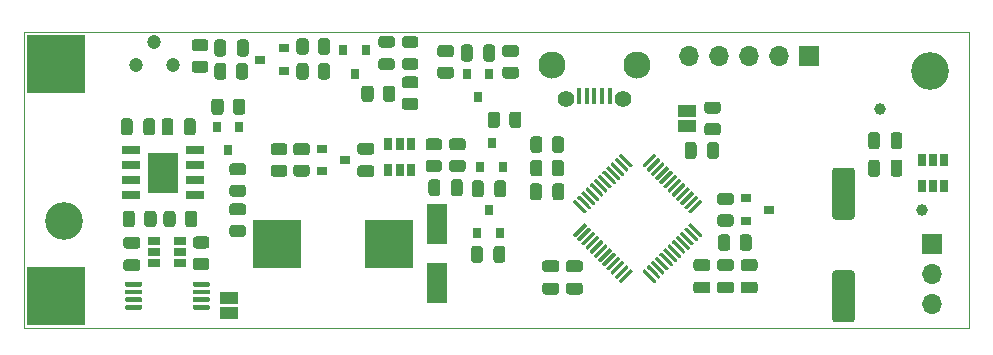
<source format=gbr>
G04 #@! TF.GenerationSoftware,KiCad,Pcbnew,(5.1.7)-1*
G04 #@! TF.CreationDate,2021-02-25T00:30:01+00:00*
G04 #@! TF.ProjectId,LedGateController,4c656447-6174-4654-936f-6e74726f6c6c,rev?*
G04 #@! TF.SameCoordinates,Original*
G04 #@! TF.FileFunction,Soldermask,Top*
G04 #@! TF.FilePolarity,Negative*
%FSLAX46Y46*%
G04 Gerber Fmt 4.6, Leading zero omitted, Abs format (unit mm)*
G04 Created by KiCad (PCBNEW (5.1.7)-1) date 2021-02-25 00:30:01*
%MOMM*%
%LPD*%
G01*
G04 APERTURE LIST*
G04 #@! TA.AperFunction,Profile*
%ADD10C,0.050000*%
G04 #@! TD*
%ADD11R,5.000000X5.000000*%
%ADD12R,0.800000X0.900000*%
%ADD13R,1.060000X0.650000*%
%ADD14C,1.400000*%
%ADD15C,2.300000*%
%ADD16R,0.400000X1.350000*%
%ADD17R,4.100000X4.100000*%
%ADD18C,1.200000*%
%ADD19R,0.900000X0.800000*%
%ADD20C,3.200000*%
%ADD21R,1.800000X3.500000*%
%ADD22O,1.700000X1.700000*%
%ADD23R,1.700000X1.700000*%
%ADD24R,1.500000X1.000000*%
%ADD25R,1.525000X0.700000*%
%ADD26R,2.513000X3.402000*%
%ADD27R,0.650000X1.060000*%
%ADD28C,1.000000*%
G04 APERTURE END LIST*
D10*
X0Y0D02*
X0Y-25010000D01*
X0Y0D02*
X80000000Y0D01*
X80000000Y-25000000D02*
X80000000Y0D01*
X0Y-25010000D02*
X80000000Y-25000000D01*
G36*
G01*
X44700000Y-9950002D02*
X44700000Y-9049998D01*
G75*
G02*
X44949998Y-8800000I249998J0D01*
G01*
X45475002Y-8800000D01*
G75*
G02*
X45725000Y-9049998I0J-249998D01*
G01*
X45725000Y-9950002D01*
G75*
G02*
X45475002Y-10200000I-249998J0D01*
G01*
X44949998Y-10200000D01*
G75*
G02*
X44700000Y-9950002I0J249998D01*
G01*
G37*
G36*
G01*
X42875000Y-9950002D02*
X42875000Y-9049998D01*
G75*
G02*
X43124998Y-8800000I249998J0D01*
G01*
X43650002Y-8800000D01*
G75*
G02*
X43900000Y-9049998I0J-249998D01*
G01*
X43900000Y-9950002D01*
G75*
G02*
X43650002Y-10200000I-249998J0D01*
G01*
X43124998Y-10200000D01*
G75*
G02*
X42875000Y-9950002I0J249998D01*
G01*
G37*
D11*
X2700000Y-2700000D03*
X2700000Y-22300000D03*
G36*
G01*
X17649998Y-14475000D02*
X18550002Y-14475000D01*
G75*
G02*
X18800000Y-14724998I0J-249998D01*
G01*
X18800000Y-15250002D01*
G75*
G02*
X18550002Y-15500000I-249998J0D01*
G01*
X17649998Y-15500000D01*
G75*
G02*
X17400000Y-15250002I0J249998D01*
G01*
X17400000Y-14724998D01*
G75*
G02*
X17649998Y-14475000I249998J0D01*
G01*
G37*
G36*
G01*
X17649998Y-16300000D02*
X18550002Y-16300000D01*
G75*
G02*
X18800000Y-16549998I0J-249998D01*
G01*
X18800000Y-17075002D01*
G75*
G02*
X18550002Y-17325000I-249998J0D01*
G01*
X17649998Y-17325000D01*
G75*
G02*
X17400000Y-17075002I0J249998D01*
G01*
X17400000Y-16549998D01*
G75*
G02*
X17649998Y-16300000I249998J0D01*
G01*
G37*
G36*
G01*
X15875000Y-6750002D02*
X15875000Y-5849998D01*
G75*
G02*
X16124998Y-5600000I249998J0D01*
G01*
X16650002Y-5600000D01*
G75*
G02*
X16900000Y-5849998I0J-249998D01*
G01*
X16900000Y-6750002D01*
G75*
G02*
X16650002Y-7000000I-249998J0D01*
G01*
X16124998Y-7000000D01*
G75*
G02*
X15875000Y-6750002I0J249998D01*
G01*
G37*
G36*
G01*
X17700000Y-6750002D02*
X17700000Y-5849998D01*
G75*
G02*
X17949998Y-5600000I249998J0D01*
G01*
X18475002Y-5600000D01*
G75*
G02*
X18725000Y-5849998I0J-249998D01*
G01*
X18725000Y-6750002D01*
G75*
G02*
X18475002Y-7000000I-249998J0D01*
G01*
X17949998Y-7000000D01*
G75*
G02*
X17700000Y-6750002I0J249998D01*
G01*
G37*
G36*
G01*
X33150002Y-6575000D02*
X32249998Y-6575000D01*
G75*
G02*
X32000000Y-6325002I0J249998D01*
G01*
X32000000Y-5799998D01*
G75*
G02*
X32249998Y-5550000I249998J0D01*
G01*
X33150002Y-5550000D01*
G75*
G02*
X33400000Y-5799998I0J-249998D01*
G01*
X33400000Y-6325002D01*
G75*
G02*
X33150002Y-6575000I-249998J0D01*
G01*
G37*
G36*
G01*
X33150002Y-4750000D02*
X32249998Y-4750000D01*
G75*
G02*
X32000000Y-4500002I0J249998D01*
G01*
X32000000Y-3974998D01*
G75*
G02*
X32249998Y-3725000I249998J0D01*
G01*
X33150002Y-3725000D01*
G75*
G02*
X33400000Y-3974998I0J-249998D01*
G01*
X33400000Y-4500002D01*
G75*
G02*
X33150002Y-4750000I-249998J0D01*
G01*
G37*
G36*
G01*
X11812500Y-16250002D02*
X11812500Y-15349998D01*
G75*
G02*
X12062498Y-15100000I249998J0D01*
G01*
X12587502Y-15100000D01*
G75*
G02*
X12837500Y-15349998I0J-249998D01*
G01*
X12837500Y-16250002D01*
G75*
G02*
X12587502Y-16500000I-249998J0D01*
G01*
X12062498Y-16500000D01*
G75*
G02*
X11812500Y-16250002I0J249998D01*
G01*
G37*
G36*
G01*
X13637500Y-16250002D02*
X13637500Y-15349998D01*
G75*
G02*
X13887498Y-15100000I249998J0D01*
G01*
X14412502Y-15100000D01*
G75*
G02*
X14662500Y-15349998I0J-249998D01*
G01*
X14662500Y-16250002D01*
G75*
G02*
X14412502Y-16500000I-249998J0D01*
G01*
X13887498Y-16500000D01*
G75*
G02*
X13637500Y-16250002I0J249998D01*
G01*
G37*
G36*
G01*
X41100000Y-7850002D02*
X41100000Y-6949998D01*
G75*
G02*
X41349998Y-6700000I249998J0D01*
G01*
X41875002Y-6700000D01*
G75*
G02*
X42125000Y-6949998I0J-249998D01*
G01*
X42125000Y-7850002D01*
G75*
G02*
X41875002Y-8100000I-249998J0D01*
G01*
X41349998Y-8100000D01*
G75*
G02*
X41100000Y-7850002I0J249998D01*
G01*
G37*
G36*
G01*
X39275000Y-7850002D02*
X39275000Y-6949998D01*
G75*
G02*
X39524998Y-6700000I249998J0D01*
G01*
X40050002Y-6700000D01*
G75*
G02*
X40300000Y-6949998I0J-249998D01*
G01*
X40300000Y-7850002D01*
G75*
G02*
X40050002Y-8100000I-249998J0D01*
G01*
X39524998Y-8100000D01*
G75*
G02*
X39275000Y-7850002I0J249998D01*
G01*
G37*
G36*
G01*
X41650002Y-3925000D02*
X40749998Y-3925000D01*
G75*
G02*
X40500000Y-3675002I0J249998D01*
G01*
X40500000Y-3149998D01*
G75*
G02*
X40749998Y-2900000I249998J0D01*
G01*
X41650002Y-2900000D01*
G75*
G02*
X41900000Y-3149998I0J-249998D01*
G01*
X41900000Y-3675002D01*
G75*
G02*
X41650002Y-3925000I-249998J0D01*
G01*
G37*
G36*
G01*
X41650002Y-2100000D02*
X40749998Y-2100000D01*
G75*
G02*
X40500000Y-1850002I0J249998D01*
G01*
X40500000Y-1324998D01*
G75*
G02*
X40749998Y-1075000I249998J0D01*
G01*
X41650002Y-1075000D01*
G75*
G02*
X41900000Y-1324998I0J-249998D01*
G01*
X41900000Y-1850002D01*
G75*
G02*
X41650002Y-2100000I-249998J0D01*
G01*
G37*
G36*
G01*
X25925000Y-749998D02*
X25925000Y-1650002D01*
G75*
G02*
X25675002Y-1900000I-249998J0D01*
G01*
X25149998Y-1900000D01*
G75*
G02*
X24900000Y-1650002I0J249998D01*
G01*
X24900000Y-749998D01*
G75*
G02*
X25149998Y-500000I249998J0D01*
G01*
X25675002Y-500000D01*
G75*
G02*
X25925000Y-749998I0J-249998D01*
G01*
G37*
G36*
G01*
X24100000Y-749998D02*
X24100000Y-1650002D01*
G75*
G02*
X23850002Y-1900000I-249998J0D01*
G01*
X23324998Y-1900000D01*
G75*
G02*
X23075000Y-1650002I0J249998D01*
G01*
X23075000Y-749998D01*
G75*
G02*
X23324998Y-500000I249998J0D01*
G01*
X23850002Y-500000D01*
G75*
G02*
X24100000Y-749998I0J-249998D01*
G01*
G37*
G36*
G01*
X25925000Y-2849998D02*
X25925000Y-3750002D01*
G75*
G02*
X25675002Y-4000000I-249998J0D01*
G01*
X25149998Y-4000000D01*
G75*
G02*
X24900000Y-3750002I0J249998D01*
G01*
X24900000Y-2849998D01*
G75*
G02*
X25149998Y-2600000I249998J0D01*
G01*
X25675002Y-2600000D01*
G75*
G02*
X25925000Y-2849998I0J-249998D01*
G01*
G37*
G36*
G01*
X24100000Y-2849998D02*
X24100000Y-3750002D01*
G75*
G02*
X23850002Y-4000000I-249998J0D01*
G01*
X23324998Y-4000000D01*
G75*
G02*
X23075000Y-3750002I0J249998D01*
G01*
X23075000Y-2849998D01*
G75*
G02*
X23324998Y-2600000I249998J0D01*
G01*
X23850002Y-2600000D01*
G75*
G02*
X24100000Y-2849998I0J-249998D01*
G01*
G37*
G36*
G01*
X36150002Y-3925000D02*
X35249998Y-3925000D01*
G75*
G02*
X35000000Y-3675002I0J249998D01*
G01*
X35000000Y-3149998D01*
G75*
G02*
X35249998Y-2900000I249998J0D01*
G01*
X36150002Y-2900000D01*
G75*
G02*
X36400000Y-3149998I0J-249998D01*
G01*
X36400000Y-3675002D01*
G75*
G02*
X36150002Y-3925000I-249998J0D01*
G01*
G37*
G36*
G01*
X36150002Y-2100000D02*
X35249998Y-2100000D01*
G75*
G02*
X35000000Y-1850002I0J249998D01*
G01*
X35000000Y-1324998D01*
G75*
G02*
X35249998Y-1075000I249998J0D01*
G01*
X36150002Y-1075000D01*
G75*
G02*
X36400000Y-1324998I0J-249998D01*
G01*
X36400000Y-1850002D01*
G75*
G02*
X36150002Y-2100000I-249998J0D01*
G01*
G37*
G36*
G01*
X42875000Y-11950002D02*
X42875000Y-11049998D01*
G75*
G02*
X43124998Y-10800000I249998J0D01*
G01*
X43650002Y-10800000D01*
G75*
G02*
X43900000Y-11049998I0J-249998D01*
G01*
X43900000Y-11950002D01*
G75*
G02*
X43650002Y-12200000I-249998J0D01*
G01*
X43124998Y-12200000D01*
G75*
G02*
X42875000Y-11950002I0J249998D01*
G01*
G37*
G36*
G01*
X44700000Y-11950002D02*
X44700000Y-11049998D01*
G75*
G02*
X44949998Y-10800000I249998J0D01*
G01*
X45475002Y-10800000D01*
G75*
G02*
X45725000Y-11049998I0J-249998D01*
G01*
X45725000Y-11950002D01*
G75*
G02*
X45475002Y-12200000I-249998J0D01*
G01*
X44949998Y-12200000D01*
G75*
G02*
X44700000Y-11950002I0J249998D01*
G01*
G37*
G36*
G01*
X18975000Y-2849998D02*
X18975000Y-3750002D01*
G75*
G02*
X18725002Y-4000000I-249998J0D01*
G01*
X18199998Y-4000000D01*
G75*
G02*
X17950000Y-3750002I0J249998D01*
G01*
X17950000Y-2849998D01*
G75*
G02*
X18199998Y-2600000I249998J0D01*
G01*
X18725002Y-2600000D01*
G75*
G02*
X18975000Y-2849998I0J-249998D01*
G01*
G37*
G36*
G01*
X17150000Y-2849998D02*
X17150000Y-3750002D01*
G75*
G02*
X16900002Y-4000000I-249998J0D01*
G01*
X16374998Y-4000000D01*
G75*
G02*
X16125000Y-3750002I0J249998D01*
G01*
X16125000Y-2849998D01*
G75*
G02*
X16374998Y-2600000I249998J0D01*
G01*
X16900002Y-2600000D01*
G75*
G02*
X17150000Y-2849998I0J-249998D01*
G01*
G37*
G36*
G01*
X15350002Y-3425000D02*
X14449998Y-3425000D01*
G75*
G02*
X14200000Y-3175002I0J249998D01*
G01*
X14200000Y-2649998D01*
G75*
G02*
X14449998Y-2400000I249998J0D01*
G01*
X15350002Y-2400000D01*
G75*
G02*
X15600000Y-2649998I0J-249998D01*
G01*
X15600000Y-3175002D01*
G75*
G02*
X15350002Y-3425000I-249998J0D01*
G01*
G37*
G36*
G01*
X15350002Y-1600000D02*
X14449998Y-1600000D01*
G75*
G02*
X14200000Y-1350002I0J249998D01*
G01*
X14200000Y-824998D01*
G75*
G02*
X14449998Y-575000I249998J0D01*
G01*
X15350002Y-575000D01*
G75*
G02*
X15600000Y-824998I0J-249998D01*
G01*
X15600000Y-1350002D01*
G75*
G02*
X15350002Y-1600000I-249998J0D01*
G01*
G37*
G36*
G01*
X59800000Y-17349998D02*
X59800000Y-18250002D01*
G75*
G02*
X59550002Y-18500000I-249998J0D01*
G01*
X59024998Y-18500000D01*
G75*
G02*
X58775000Y-18250002I0J249998D01*
G01*
X58775000Y-17349998D01*
G75*
G02*
X59024998Y-17100000I249998J0D01*
G01*
X59550002Y-17100000D01*
G75*
G02*
X59800000Y-17349998I0J-249998D01*
G01*
G37*
G36*
G01*
X61625000Y-17349998D02*
X61625000Y-18250002D01*
G75*
G02*
X61375002Y-18500000I-249998J0D01*
G01*
X60849998Y-18500000D01*
G75*
G02*
X60600000Y-18250002I0J249998D01*
G01*
X60600000Y-17349998D01*
G75*
G02*
X60849998Y-17100000I249998J0D01*
G01*
X61375002Y-17100000D01*
G75*
G02*
X61625000Y-17349998I0J-249998D01*
G01*
G37*
G36*
G01*
X57849998Y-7687500D02*
X58750002Y-7687500D01*
G75*
G02*
X59000000Y-7937498I0J-249998D01*
G01*
X59000000Y-8462502D01*
G75*
G02*
X58750002Y-8712500I-249998J0D01*
G01*
X57849998Y-8712500D01*
G75*
G02*
X57600000Y-8462502I0J249998D01*
G01*
X57600000Y-7937498D01*
G75*
G02*
X57849998Y-7687500I249998J0D01*
G01*
G37*
G36*
G01*
X57849998Y-5862500D02*
X58750002Y-5862500D01*
G75*
G02*
X59000000Y-6112498I0J-249998D01*
G01*
X59000000Y-6637502D01*
G75*
G02*
X58750002Y-6887500I-249998J0D01*
G01*
X57849998Y-6887500D01*
G75*
G02*
X57600000Y-6637502I0J249998D01*
G01*
X57600000Y-6112498D01*
G75*
G02*
X57849998Y-5862500I249998J0D01*
G01*
G37*
G36*
G01*
X17649998Y-11075000D02*
X18550002Y-11075000D01*
G75*
G02*
X18800000Y-11324998I0J-249998D01*
G01*
X18800000Y-11850002D01*
G75*
G02*
X18550002Y-12100000I-249998J0D01*
G01*
X17649998Y-12100000D01*
G75*
G02*
X17400000Y-11850002I0J249998D01*
G01*
X17400000Y-11324998D01*
G75*
G02*
X17649998Y-11075000I249998J0D01*
G01*
G37*
G36*
G01*
X17649998Y-12900000D02*
X18550002Y-12900000D01*
G75*
G02*
X18800000Y-13149998I0J-249998D01*
G01*
X18800000Y-13675002D01*
G75*
G02*
X18550002Y-13925000I-249998J0D01*
G01*
X17649998Y-13925000D01*
G75*
G02*
X17400000Y-13675002I0J249998D01*
G01*
X17400000Y-13149998D01*
G75*
G02*
X17649998Y-12900000I249998J0D01*
G01*
G37*
G36*
G01*
X28575000Y-5650002D02*
X28575000Y-4749998D01*
G75*
G02*
X28824998Y-4500000I249998J0D01*
G01*
X29350002Y-4500000D01*
G75*
G02*
X29600000Y-4749998I0J-249998D01*
G01*
X29600000Y-5650002D01*
G75*
G02*
X29350002Y-5900000I-249998J0D01*
G01*
X28824998Y-5900000D01*
G75*
G02*
X28575000Y-5650002I0J249998D01*
G01*
G37*
G36*
G01*
X30400000Y-5650002D02*
X30400000Y-4749998D01*
G75*
G02*
X30649998Y-4500000I249998J0D01*
G01*
X31175002Y-4500000D01*
G75*
G02*
X31425000Y-4749998I0J-249998D01*
G01*
X31425000Y-5650002D01*
G75*
G02*
X31175002Y-5900000I-249998J0D01*
G01*
X30649998Y-5900000D01*
G75*
G02*
X30400000Y-5650002I0J249998D01*
G01*
G37*
G36*
G01*
X58949998Y-15412500D02*
X59850002Y-15412500D01*
G75*
G02*
X60100000Y-15662498I0J-249998D01*
G01*
X60100000Y-16187502D01*
G75*
G02*
X59850002Y-16437500I-249998J0D01*
G01*
X58949998Y-16437500D01*
G75*
G02*
X58700000Y-16187502I0J249998D01*
G01*
X58700000Y-15662498D01*
G75*
G02*
X58949998Y-15412500I249998J0D01*
G01*
G37*
G36*
G01*
X58949998Y-13587500D02*
X59850002Y-13587500D01*
G75*
G02*
X60100000Y-13837498I0J-249998D01*
G01*
X60100000Y-14362502D01*
G75*
G02*
X59850002Y-14612500I-249998J0D01*
G01*
X58949998Y-14612500D01*
G75*
G02*
X58700000Y-14362502I0J249998D01*
G01*
X58700000Y-13837498D01*
G75*
G02*
X58949998Y-13587500I249998J0D01*
G01*
G37*
G36*
G01*
X15450002Y-20125000D02*
X14549998Y-20125000D01*
G75*
G02*
X14300000Y-19875002I0J249998D01*
G01*
X14300000Y-19349998D01*
G75*
G02*
X14549998Y-19100000I249998J0D01*
G01*
X15450002Y-19100000D01*
G75*
G02*
X15700000Y-19349998I0J-249998D01*
G01*
X15700000Y-19875002D01*
G75*
G02*
X15450002Y-20125000I-249998J0D01*
G01*
G37*
G36*
G01*
X15450002Y-18300000D02*
X14549998Y-18300000D01*
G75*
G02*
X14300000Y-18050002I0J249998D01*
G01*
X14300000Y-17524998D01*
G75*
G02*
X14549998Y-17275000I249998J0D01*
G01*
X15450002Y-17275000D01*
G75*
G02*
X15700000Y-17524998I0J-249998D01*
G01*
X15700000Y-18050002D01*
G75*
G02*
X15450002Y-18300000I-249998J0D01*
G01*
G37*
G36*
G01*
X35150002Y-10000000D02*
X34249998Y-10000000D01*
G75*
G02*
X34000000Y-9750002I0J249998D01*
G01*
X34000000Y-9224998D01*
G75*
G02*
X34249998Y-8975000I249998J0D01*
G01*
X35150002Y-8975000D01*
G75*
G02*
X35400000Y-9224998I0J-249998D01*
G01*
X35400000Y-9750002D01*
G75*
G02*
X35150002Y-10000000I-249998J0D01*
G01*
G37*
G36*
G01*
X35150002Y-11825000D02*
X34249998Y-11825000D01*
G75*
G02*
X34000000Y-11575002I0J249998D01*
G01*
X34000000Y-11049998D01*
G75*
G02*
X34249998Y-10800000I249998J0D01*
G01*
X35150002Y-10800000D01*
G75*
G02*
X35400000Y-11049998I0J-249998D01*
G01*
X35400000Y-11575002D01*
G75*
G02*
X35150002Y-11825000I-249998J0D01*
G01*
G37*
G36*
G01*
X36249998Y-10800000D02*
X37150002Y-10800000D01*
G75*
G02*
X37400000Y-11049998I0J-249998D01*
G01*
X37400000Y-11575002D01*
G75*
G02*
X37150002Y-11825000I-249998J0D01*
G01*
X36249998Y-11825000D01*
G75*
G02*
X36000000Y-11575002I0J249998D01*
G01*
X36000000Y-11049998D01*
G75*
G02*
X36249998Y-10800000I249998J0D01*
G01*
G37*
G36*
G01*
X36249998Y-8975000D02*
X37150002Y-8975000D01*
G75*
G02*
X37400000Y-9224998I0J-249998D01*
G01*
X37400000Y-9750002D01*
G75*
G02*
X37150002Y-10000000I-249998J0D01*
G01*
X36249998Y-10000000D01*
G75*
G02*
X36000000Y-9750002I0J249998D01*
G01*
X36000000Y-9224998D01*
G75*
G02*
X36249998Y-8975000I249998J0D01*
G01*
G37*
G36*
G01*
X8375000Y-16250002D02*
X8375000Y-15349998D01*
G75*
G02*
X8624998Y-15100000I249998J0D01*
G01*
X9150002Y-15100000D01*
G75*
G02*
X9400000Y-15349998I0J-249998D01*
G01*
X9400000Y-16250002D01*
G75*
G02*
X9150002Y-16500000I-249998J0D01*
G01*
X8624998Y-16500000D01*
G75*
G02*
X8375000Y-16250002I0J249998D01*
G01*
G37*
G36*
G01*
X10200000Y-16250002D02*
X10200000Y-15349998D01*
G75*
G02*
X10449998Y-15100000I249998J0D01*
G01*
X10975002Y-15100000D01*
G75*
G02*
X11225000Y-15349998I0J-249998D01*
G01*
X11225000Y-16250002D01*
G75*
G02*
X10975002Y-16500000I-249998J0D01*
G01*
X10449998Y-16500000D01*
G75*
G02*
X10200000Y-16250002I0J249998D01*
G01*
G37*
G36*
G01*
X23950002Y-10400000D02*
X23049998Y-10400000D01*
G75*
G02*
X22800000Y-10150002I0J249998D01*
G01*
X22800000Y-9624998D01*
G75*
G02*
X23049998Y-9375000I249998J0D01*
G01*
X23950002Y-9375000D01*
G75*
G02*
X24200000Y-9624998I0J-249998D01*
G01*
X24200000Y-10150002D01*
G75*
G02*
X23950002Y-10400000I-249998J0D01*
G01*
G37*
G36*
G01*
X23950002Y-12225000D02*
X23049998Y-12225000D01*
G75*
G02*
X22800000Y-11975002I0J249998D01*
G01*
X22800000Y-11449998D01*
G75*
G02*
X23049998Y-11200000I249998J0D01*
G01*
X23950002Y-11200000D01*
G75*
G02*
X24200000Y-11449998I0J-249998D01*
G01*
X24200000Y-11975002D01*
G75*
G02*
X23950002Y-12225000I-249998J0D01*
G01*
G37*
G36*
G01*
X22050002Y-12225000D02*
X21149998Y-12225000D01*
G75*
G02*
X20900000Y-11975002I0J249998D01*
G01*
X20900000Y-11449998D01*
G75*
G02*
X21149998Y-11200000I249998J0D01*
G01*
X22050002Y-11200000D01*
G75*
G02*
X22300000Y-11449998I0J-249998D01*
G01*
X22300000Y-11975002D01*
G75*
G02*
X22050002Y-12225000I-249998J0D01*
G01*
G37*
G36*
G01*
X22050002Y-10400000D02*
X21149998Y-10400000D01*
G75*
G02*
X20900000Y-10150002I0J249998D01*
G01*
X20900000Y-9624998D01*
G75*
G02*
X21149998Y-9375000I249998J0D01*
G01*
X22050002Y-9375000D01*
G75*
G02*
X22300000Y-9624998I0J-249998D01*
G01*
X22300000Y-10150002D01*
G75*
G02*
X22050002Y-10400000I-249998J0D01*
G01*
G37*
D12*
X28950000Y-1500000D03*
X27050000Y-1500000D03*
X28000000Y-3500000D03*
D13*
X13200000Y-19550000D03*
X13200000Y-18600000D03*
X13200000Y-17650000D03*
X11000000Y-17650000D03*
X11000000Y-19550000D03*
X11000000Y-18600000D03*
G36*
G01*
X8550000Y-21425000D02*
X8550000Y-21225000D01*
G75*
G02*
X8650000Y-21125000I100000J0D01*
G01*
X9925000Y-21125000D01*
G75*
G02*
X10025000Y-21225000I0J-100000D01*
G01*
X10025000Y-21425000D01*
G75*
G02*
X9925000Y-21525000I-100000J0D01*
G01*
X8650000Y-21525000D01*
G75*
G02*
X8550000Y-21425000I0J100000D01*
G01*
G37*
G36*
G01*
X8550000Y-22075000D02*
X8550000Y-21875000D01*
G75*
G02*
X8650000Y-21775000I100000J0D01*
G01*
X9925000Y-21775000D01*
G75*
G02*
X10025000Y-21875000I0J-100000D01*
G01*
X10025000Y-22075000D01*
G75*
G02*
X9925000Y-22175000I-100000J0D01*
G01*
X8650000Y-22175000D01*
G75*
G02*
X8550000Y-22075000I0J100000D01*
G01*
G37*
G36*
G01*
X8550000Y-22725000D02*
X8550000Y-22525000D01*
G75*
G02*
X8650000Y-22425000I100000J0D01*
G01*
X9925000Y-22425000D01*
G75*
G02*
X10025000Y-22525000I0J-100000D01*
G01*
X10025000Y-22725000D01*
G75*
G02*
X9925000Y-22825000I-100000J0D01*
G01*
X8650000Y-22825000D01*
G75*
G02*
X8550000Y-22725000I0J100000D01*
G01*
G37*
G36*
G01*
X8550000Y-23375000D02*
X8550000Y-23175000D01*
G75*
G02*
X8650000Y-23075000I100000J0D01*
G01*
X9925000Y-23075000D01*
G75*
G02*
X10025000Y-23175000I0J-100000D01*
G01*
X10025000Y-23375000D01*
G75*
G02*
X9925000Y-23475000I-100000J0D01*
G01*
X8650000Y-23475000D01*
G75*
G02*
X8550000Y-23375000I0J100000D01*
G01*
G37*
G36*
G01*
X14275000Y-23375000D02*
X14275000Y-23175000D01*
G75*
G02*
X14375000Y-23075000I100000J0D01*
G01*
X15650000Y-23075000D01*
G75*
G02*
X15750000Y-23175000I0J-100000D01*
G01*
X15750000Y-23375000D01*
G75*
G02*
X15650000Y-23475000I-100000J0D01*
G01*
X14375000Y-23475000D01*
G75*
G02*
X14275000Y-23375000I0J100000D01*
G01*
G37*
G36*
G01*
X14275000Y-22725000D02*
X14275000Y-22525000D01*
G75*
G02*
X14375000Y-22425000I100000J0D01*
G01*
X15650000Y-22425000D01*
G75*
G02*
X15750000Y-22525000I0J-100000D01*
G01*
X15750000Y-22725000D01*
G75*
G02*
X15650000Y-22825000I-100000J0D01*
G01*
X14375000Y-22825000D01*
G75*
G02*
X14275000Y-22725000I0J100000D01*
G01*
G37*
G36*
G01*
X14275000Y-22075000D02*
X14275000Y-21875000D01*
G75*
G02*
X14375000Y-21775000I100000J0D01*
G01*
X15650000Y-21775000D01*
G75*
G02*
X15750000Y-21875000I0J-100000D01*
G01*
X15750000Y-22075000D01*
G75*
G02*
X15650000Y-22175000I-100000J0D01*
G01*
X14375000Y-22175000D01*
G75*
G02*
X14275000Y-22075000I0J100000D01*
G01*
G37*
G36*
G01*
X14275000Y-21425000D02*
X14275000Y-21225000D01*
G75*
G02*
X14375000Y-21125000I100000J0D01*
G01*
X15650000Y-21125000D01*
G75*
G02*
X15750000Y-21225000I0J-100000D01*
G01*
X15750000Y-21425000D01*
G75*
G02*
X15650000Y-21525000I-100000J0D01*
G01*
X14375000Y-21525000D01*
G75*
G02*
X14275000Y-21425000I0J100000D01*
G01*
G37*
D14*
X50725000Y-5650000D03*
X45875000Y-5650000D03*
D15*
X44700000Y-2750000D03*
X51900000Y-2750000D03*
D16*
X47000000Y-5425000D03*
X47650000Y-5425000D03*
X48300000Y-5425000D03*
X48950000Y-5425000D03*
X49600000Y-5425000D03*
G36*
G01*
X57875000Y-20200000D02*
X56925000Y-20200000D01*
G75*
G02*
X56675000Y-19950000I0J250000D01*
G01*
X56675000Y-19450000D01*
G75*
G02*
X56925000Y-19200000I250000J0D01*
G01*
X57875000Y-19200000D01*
G75*
G02*
X58125000Y-19450000I0J-250000D01*
G01*
X58125000Y-19950000D01*
G75*
G02*
X57875000Y-20200000I-250000J0D01*
G01*
G37*
G36*
G01*
X57875000Y-22100000D02*
X56925000Y-22100000D01*
G75*
G02*
X56675000Y-21850000I0J250000D01*
G01*
X56675000Y-21350000D01*
G75*
G02*
X56925000Y-21100000I250000J0D01*
G01*
X57875000Y-21100000D01*
G75*
G02*
X58125000Y-21350000I0J-250000D01*
G01*
X58125000Y-21850000D01*
G75*
G02*
X57875000Y-22100000I-250000J0D01*
G01*
G37*
D17*
X21395000Y-17935000D03*
X30895000Y-17935000D03*
G36*
G01*
X70100002Y-15850000D02*
X68699998Y-15850000D01*
G75*
G02*
X68450000Y-15600002I0J249998D01*
G01*
X68450000Y-11699998D01*
G75*
G02*
X68699998Y-11450000I249998J0D01*
G01*
X70100002Y-11450000D01*
G75*
G02*
X70350000Y-11699998I0J-249998D01*
G01*
X70350000Y-15600002D01*
G75*
G02*
X70100002Y-15850000I-249998J0D01*
G01*
G37*
G36*
G01*
X70100002Y-24550000D02*
X68699998Y-24550000D01*
G75*
G02*
X68450000Y-24300002I0J249998D01*
G01*
X68450000Y-20399998D01*
G75*
G02*
X68699998Y-20150000I249998J0D01*
G01*
X70100002Y-20150000D01*
G75*
G02*
X70350000Y-20399998I0J-249998D01*
G01*
X70350000Y-24300002D01*
G75*
G02*
X70100002Y-24550000I-249998J0D01*
G01*
G37*
D18*
X9500000Y-2800000D03*
X11050000Y-850000D03*
X12600000Y-2800000D03*
D19*
X27200000Y-10800000D03*
X25200000Y-11750000D03*
X25200000Y-9850000D03*
D12*
X39350000Y-15025000D03*
X40300000Y-17025000D03*
X38400000Y-17025000D03*
D20*
X3350000Y-16000000D03*
X76750000Y-3250000D03*
D21*
X34980000Y-16210000D03*
X34980000Y-21210000D03*
D22*
X56340000Y-2000000D03*
X58880000Y-2000000D03*
X61420000Y-2000000D03*
X63960000Y-2000000D03*
D23*
X66500000Y-2000000D03*
D22*
X76850000Y-23030000D03*
X76850000Y-20490000D03*
D23*
X76850000Y-17950000D03*
D24*
X17400000Y-22450000D03*
X17400000Y-23750000D03*
D12*
X17300000Y-10000000D03*
X16350000Y-8000000D03*
X18250000Y-8000000D03*
G36*
G01*
X57850000Y-10475000D02*
X57850000Y-9525000D01*
G75*
G02*
X58100000Y-9275000I250000J0D01*
G01*
X58600000Y-9275000D01*
G75*
G02*
X58850000Y-9525000I0J-250000D01*
G01*
X58850000Y-10475000D01*
G75*
G02*
X58600000Y-10725000I-250000J0D01*
G01*
X58100000Y-10725000D01*
G75*
G02*
X57850000Y-10475000I0J250000D01*
G01*
G37*
G36*
G01*
X55950000Y-10475000D02*
X55950000Y-9525000D01*
G75*
G02*
X56200000Y-9275000I250000J0D01*
G01*
X56700000Y-9275000D01*
G75*
G02*
X56950000Y-9525000I0J-250000D01*
G01*
X56950000Y-10475000D01*
G75*
G02*
X56700000Y-10725000I-250000J0D01*
G01*
X56200000Y-10725000D01*
G75*
G02*
X55950000Y-10475000I0J250000D01*
G01*
G37*
G36*
G01*
X29425000Y-10350000D02*
X28475000Y-10350000D01*
G75*
G02*
X28225000Y-10100000I0J250000D01*
G01*
X28225000Y-9600000D01*
G75*
G02*
X28475000Y-9350000I250000J0D01*
G01*
X29425000Y-9350000D01*
G75*
G02*
X29675000Y-9600000I0J-250000D01*
G01*
X29675000Y-10100000D01*
G75*
G02*
X29425000Y-10350000I-250000J0D01*
G01*
G37*
G36*
G01*
X29425000Y-12250000D02*
X28475000Y-12250000D01*
G75*
G02*
X28225000Y-12000000I0J250000D01*
G01*
X28225000Y-11500000D01*
G75*
G02*
X28475000Y-11250000I250000J0D01*
G01*
X29425000Y-11250000D01*
G75*
G02*
X29675000Y-11500000I0J-250000D01*
G01*
X29675000Y-12000000D01*
G75*
G02*
X29425000Y-12250000I-250000J0D01*
G01*
G37*
G36*
G01*
X47075000Y-20300000D02*
X46125000Y-20300000D01*
G75*
G02*
X45875000Y-20050000I0J250000D01*
G01*
X45875000Y-19550000D01*
G75*
G02*
X46125000Y-19300000I250000J0D01*
G01*
X47075000Y-19300000D01*
G75*
G02*
X47325000Y-19550000I0J-250000D01*
G01*
X47325000Y-20050000D01*
G75*
G02*
X47075000Y-20300000I-250000J0D01*
G01*
G37*
G36*
G01*
X47075000Y-22200000D02*
X46125000Y-22200000D01*
G75*
G02*
X45875000Y-21950000I0J250000D01*
G01*
X45875000Y-21450000D01*
G75*
G02*
X46125000Y-21200000I250000J0D01*
G01*
X47075000Y-21200000D01*
G75*
G02*
X47325000Y-21450000I0J-250000D01*
G01*
X47325000Y-21950000D01*
G75*
G02*
X47075000Y-22200000I-250000J0D01*
G01*
G37*
G36*
G01*
X44750000Y-13975000D02*
X44750000Y-13025000D01*
G75*
G02*
X45000000Y-12775000I250000J0D01*
G01*
X45500000Y-12775000D01*
G75*
G02*
X45750000Y-13025000I0J-250000D01*
G01*
X45750000Y-13975000D01*
G75*
G02*
X45500000Y-14225000I-250000J0D01*
G01*
X45000000Y-14225000D01*
G75*
G02*
X44750000Y-13975000I0J250000D01*
G01*
G37*
G36*
G01*
X42850000Y-13975000D02*
X42850000Y-13025000D01*
G75*
G02*
X43100000Y-12775000I250000J0D01*
G01*
X43600000Y-12775000D01*
G75*
G02*
X43850000Y-13025000I0J-250000D01*
G01*
X43850000Y-13975000D01*
G75*
G02*
X43600000Y-14225000I-250000J0D01*
G01*
X43100000Y-14225000D01*
G75*
G02*
X42850000Y-13975000I0J250000D01*
G01*
G37*
G36*
G01*
X8656690Y-17312500D02*
X9606690Y-17312500D01*
G75*
G02*
X9856690Y-17562500I0J-250000D01*
G01*
X9856690Y-18062500D01*
G75*
G02*
X9606690Y-18312500I-250000J0D01*
G01*
X8656690Y-18312500D01*
G75*
G02*
X8406690Y-18062500I0J250000D01*
G01*
X8406690Y-17562500D01*
G75*
G02*
X8656690Y-17312500I250000J0D01*
G01*
G37*
G36*
G01*
X8656690Y-19212500D02*
X9606690Y-19212500D01*
G75*
G02*
X9856690Y-19462500I0J-250000D01*
G01*
X9856690Y-19962500D01*
G75*
G02*
X9606690Y-20212500I-250000J0D01*
G01*
X8656690Y-20212500D01*
G75*
G02*
X8406690Y-19962500I0J250000D01*
G01*
X8406690Y-19462500D01*
G75*
G02*
X8656690Y-19212500I250000J0D01*
G01*
G37*
G36*
G01*
X45075000Y-20300000D02*
X44125000Y-20300000D01*
G75*
G02*
X43875000Y-20050000I0J250000D01*
G01*
X43875000Y-19550000D01*
G75*
G02*
X44125000Y-19300000I250000J0D01*
G01*
X45075000Y-19300000D01*
G75*
G02*
X45325000Y-19550000I0J-250000D01*
G01*
X45325000Y-20050000D01*
G75*
G02*
X45075000Y-20300000I-250000J0D01*
G01*
G37*
G36*
G01*
X45075000Y-22200000D02*
X44125000Y-22200000D01*
G75*
G02*
X43875000Y-21950000I0J250000D01*
G01*
X43875000Y-21450000D01*
G75*
G02*
X44125000Y-21200000I250000J0D01*
G01*
X45075000Y-21200000D01*
G75*
G02*
X45325000Y-21450000I0J-250000D01*
G01*
X45325000Y-21950000D01*
G75*
G02*
X45075000Y-22200000I-250000J0D01*
G01*
G37*
G36*
G01*
X61875000Y-20200000D02*
X60925000Y-20200000D01*
G75*
G02*
X60675000Y-19950000I0J250000D01*
G01*
X60675000Y-19450000D01*
G75*
G02*
X60925000Y-19200000I250000J0D01*
G01*
X61875000Y-19200000D01*
G75*
G02*
X62125000Y-19450000I0J-250000D01*
G01*
X62125000Y-19950000D01*
G75*
G02*
X61875000Y-20200000I-250000J0D01*
G01*
G37*
G36*
G01*
X61875000Y-22100000D02*
X60925000Y-22100000D01*
G75*
G02*
X60675000Y-21850000I0J250000D01*
G01*
X60675000Y-21350000D01*
G75*
G02*
X60925000Y-21100000I250000J0D01*
G01*
X61875000Y-21100000D01*
G75*
G02*
X62125000Y-21350000I0J-250000D01*
G01*
X62125000Y-21850000D01*
G75*
G02*
X61875000Y-22100000I-250000J0D01*
G01*
G37*
G36*
G01*
X36150000Y-13625000D02*
X36150000Y-12675000D01*
G75*
G02*
X36400000Y-12425000I250000J0D01*
G01*
X36900000Y-12425000D01*
G75*
G02*
X37150000Y-12675000I0J-250000D01*
G01*
X37150000Y-13625000D01*
G75*
G02*
X36900000Y-13875000I-250000J0D01*
G01*
X36400000Y-13875000D01*
G75*
G02*
X36150000Y-13625000I0J250000D01*
G01*
G37*
G36*
G01*
X34250000Y-13625000D02*
X34250000Y-12675000D01*
G75*
G02*
X34500000Y-12425000I250000J0D01*
G01*
X35000000Y-12425000D01*
G75*
G02*
X35250000Y-12675000I0J-250000D01*
G01*
X35250000Y-13625000D01*
G75*
G02*
X35000000Y-13875000I-250000J0D01*
G01*
X34500000Y-13875000D01*
G75*
G02*
X34250000Y-13625000I0J250000D01*
G01*
G37*
G36*
G01*
X39825000Y-13725000D02*
X39825000Y-12775000D01*
G75*
G02*
X40075000Y-12525000I250000J0D01*
G01*
X40575000Y-12525000D01*
G75*
G02*
X40825000Y-12775000I0J-250000D01*
G01*
X40825000Y-13725000D01*
G75*
G02*
X40575000Y-13975000I-250000J0D01*
G01*
X40075000Y-13975000D01*
G75*
G02*
X39825000Y-13725000I0J250000D01*
G01*
G37*
G36*
G01*
X37925000Y-13725000D02*
X37925000Y-12775000D01*
G75*
G02*
X38175000Y-12525000I250000J0D01*
G01*
X38675000Y-12525000D01*
G75*
G02*
X38925000Y-12775000I0J-250000D01*
G01*
X38925000Y-13725000D01*
G75*
G02*
X38675000Y-13975000I-250000J0D01*
G01*
X38175000Y-13975000D01*
G75*
G02*
X37925000Y-13725000I0J250000D01*
G01*
G37*
G36*
G01*
X40750000Y-18325000D02*
X40750000Y-19275000D01*
G75*
G02*
X40500000Y-19525000I-250000J0D01*
G01*
X40000000Y-19525000D01*
G75*
G02*
X39750000Y-19275000I0J250000D01*
G01*
X39750000Y-18325000D01*
G75*
G02*
X40000000Y-18075000I250000J0D01*
G01*
X40500000Y-18075000D01*
G75*
G02*
X40750000Y-18325000I0J-250000D01*
G01*
G37*
G36*
G01*
X38850000Y-18325000D02*
X38850000Y-19275000D01*
G75*
G02*
X38600000Y-19525000I-250000J0D01*
G01*
X38100000Y-19525000D01*
G75*
G02*
X37850000Y-19275000I0J250000D01*
G01*
X37850000Y-18325000D01*
G75*
G02*
X38100000Y-18075000I250000J0D01*
G01*
X38600000Y-18075000D01*
G75*
G02*
X38850000Y-18325000I0J-250000D01*
G01*
G37*
G36*
G01*
X72475000Y-8700000D02*
X72475000Y-9650000D01*
G75*
G02*
X72225000Y-9900000I-250000J0D01*
G01*
X71725000Y-9900000D01*
G75*
G02*
X71475000Y-9650000I0J250000D01*
G01*
X71475000Y-8700000D01*
G75*
G02*
X71725000Y-8450000I250000J0D01*
G01*
X72225000Y-8450000D01*
G75*
G02*
X72475000Y-8700000I0J-250000D01*
G01*
G37*
G36*
G01*
X74375000Y-8700000D02*
X74375000Y-9650000D01*
G75*
G02*
X74125000Y-9900000I-250000J0D01*
G01*
X73625000Y-9900000D01*
G75*
G02*
X73375000Y-9650000I0J250000D01*
G01*
X73375000Y-8700000D01*
G75*
G02*
X73625000Y-8450000I250000J0D01*
G01*
X74125000Y-8450000D01*
G75*
G02*
X74375000Y-8700000I0J-250000D01*
G01*
G37*
G36*
G01*
X72475000Y-11025000D02*
X72475000Y-11975000D01*
G75*
G02*
X72225000Y-12225000I-250000J0D01*
G01*
X71725000Y-12225000D01*
G75*
G02*
X71475000Y-11975000I0J250000D01*
G01*
X71475000Y-11025000D01*
G75*
G02*
X71725000Y-10775000I250000J0D01*
G01*
X72225000Y-10775000D01*
G75*
G02*
X72475000Y-11025000I0J-250000D01*
G01*
G37*
G36*
G01*
X74375000Y-11025000D02*
X74375000Y-11975000D01*
G75*
G02*
X74125000Y-12225000I-250000J0D01*
G01*
X73625000Y-12225000D01*
G75*
G02*
X73375000Y-11975000I0J250000D01*
G01*
X73375000Y-11025000D01*
G75*
G02*
X73625000Y-10775000I250000J0D01*
G01*
X74125000Y-10775000D01*
G75*
G02*
X74375000Y-11025000I0J-250000D01*
G01*
G37*
G36*
G01*
X59875000Y-20200000D02*
X58925000Y-20200000D01*
G75*
G02*
X58675000Y-19950000I0J250000D01*
G01*
X58675000Y-19450000D01*
G75*
G02*
X58925000Y-19200000I250000J0D01*
G01*
X59875000Y-19200000D01*
G75*
G02*
X60125000Y-19450000I0J-250000D01*
G01*
X60125000Y-19950000D01*
G75*
G02*
X59875000Y-20200000I-250000J0D01*
G01*
G37*
G36*
G01*
X59875000Y-22100000D02*
X58925000Y-22100000D01*
G75*
G02*
X58675000Y-21850000I0J250000D01*
G01*
X58675000Y-21350000D01*
G75*
G02*
X58925000Y-21100000I250000J0D01*
G01*
X59875000Y-21100000D01*
G75*
G02*
X60125000Y-21350000I0J-250000D01*
G01*
X60125000Y-21850000D01*
G75*
G02*
X59875000Y-22100000I-250000J0D01*
G01*
G37*
G36*
G01*
X19025000Y-850000D02*
X19025000Y-1800000D01*
G75*
G02*
X18775000Y-2050000I-250000J0D01*
G01*
X18275000Y-2050000D01*
G75*
G02*
X18025000Y-1800000I0J250000D01*
G01*
X18025000Y-850000D01*
G75*
G02*
X18275000Y-600000I250000J0D01*
G01*
X18775000Y-600000D01*
G75*
G02*
X19025000Y-850000I0J-250000D01*
G01*
G37*
G36*
G01*
X17125000Y-850000D02*
X17125000Y-1800000D01*
G75*
G02*
X16875000Y-2050000I-250000J0D01*
G01*
X16375000Y-2050000D01*
G75*
G02*
X16125000Y-1800000I0J250000D01*
G01*
X16125000Y-850000D01*
G75*
G02*
X16375000Y-600000I250000J0D01*
G01*
X16875000Y-600000D01*
G75*
G02*
X17125000Y-850000I0J-250000D01*
G01*
G37*
G36*
G01*
X37000000Y-2225000D02*
X37000000Y-1275000D01*
G75*
G02*
X37250000Y-1025000I250000J0D01*
G01*
X37750000Y-1025000D01*
G75*
G02*
X38000000Y-1275000I0J-250000D01*
G01*
X38000000Y-2225000D01*
G75*
G02*
X37750000Y-2475000I-250000J0D01*
G01*
X37250000Y-2475000D01*
G75*
G02*
X37000000Y-2225000I0J250000D01*
G01*
G37*
G36*
G01*
X38900000Y-2225000D02*
X38900000Y-1275000D01*
G75*
G02*
X39150000Y-1025000I250000J0D01*
G01*
X39650000Y-1025000D01*
G75*
G02*
X39900000Y-1275000I0J-250000D01*
G01*
X39900000Y-2225000D01*
G75*
G02*
X39650000Y-2475000I-250000J0D01*
G01*
X39150000Y-2475000D01*
G75*
G02*
X38900000Y-2225000I0J250000D01*
G01*
G37*
G36*
G01*
X14550000Y-7525000D02*
X14550000Y-8475000D01*
G75*
G02*
X14300000Y-8725000I-250000J0D01*
G01*
X13800000Y-8725000D01*
G75*
G02*
X13550000Y-8475000I0J250000D01*
G01*
X13550000Y-7525000D01*
G75*
G02*
X13800000Y-7275000I250000J0D01*
G01*
X14300000Y-7275000D01*
G75*
G02*
X14550000Y-7525000I0J-250000D01*
G01*
G37*
G36*
G01*
X12650000Y-7525000D02*
X12650000Y-8475000D01*
G75*
G02*
X12400000Y-8725000I-250000J0D01*
G01*
X11900000Y-8725000D01*
G75*
G02*
X11650000Y-8475000I0J250000D01*
G01*
X11650000Y-7525000D01*
G75*
G02*
X11900000Y-7275000I250000J0D01*
G01*
X12400000Y-7275000D01*
G75*
G02*
X12650000Y-7525000I0J-250000D01*
G01*
G37*
G36*
G01*
X8200000Y-8475000D02*
X8200000Y-7525000D01*
G75*
G02*
X8450000Y-7275000I250000J0D01*
G01*
X8950000Y-7275000D01*
G75*
G02*
X9200000Y-7525000I0J-250000D01*
G01*
X9200000Y-8475000D01*
G75*
G02*
X8950000Y-8725000I-250000J0D01*
G01*
X8450000Y-8725000D01*
G75*
G02*
X8200000Y-8475000I0J250000D01*
G01*
G37*
G36*
G01*
X10100000Y-8475000D02*
X10100000Y-7525000D01*
G75*
G02*
X10350000Y-7275000I250000J0D01*
G01*
X10850000Y-7275000D01*
G75*
G02*
X11100000Y-7525000I0J-250000D01*
G01*
X11100000Y-8475000D01*
G75*
G02*
X10850000Y-8725000I-250000J0D01*
G01*
X10350000Y-8725000D01*
G75*
G02*
X10100000Y-8475000I0J250000D01*
G01*
G37*
G36*
G01*
X30243750Y-325000D02*
X31156250Y-325000D01*
G75*
G02*
X31400000Y-568750I0J-243750D01*
G01*
X31400000Y-1056250D01*
G75*
G02*
X31156250Y-1300000I-243750J0D01*
G01*
X30243750Y-1300000D01*
G75*
G02*
X30000000Y-1056250I0J243750D01*
G01*
X30000000Y-568750D01*
G75*
G02*
X30243750Y-325000I243750J0D01*
G01*
G37*
G36*
G01*
X30243750Y-2200000D02*
X31156250Y-2200000D01*
G75*
G02*
X31400000Y-2443750I0J-243750D01*
G01*
X31400000Y-2931250D01*
G75*
G02*
X31156250Y-3175000I-243750J0D01*
G01*
X30243750Y-3175000D01*
G75*
G02*
X30000000Y-2931250I0J243750D01*
G01*
X30000000Y-2443750D01*
G75*
G02*
X30243750Y-2200000I243750J0D01*
G01*
G37*
X39600000Y-9400000D03*
X40550000Y-11400000D03*
X38650000Y-11400000D03*
D19*
X22025000Y-3250000D03*
X22025000Y-1350000D03*
X20025000Y-2300000D03*
G36*
G01*
X32243750Y-325000D02*
X33156250Y-325000D01*
G75*
G02*
X33400000Y-568750I0J-243750D01*
G01*
X33400000Y-1056250D01*
G75*
G02*
X33156250Y-1300000I-243750J0D01*
G01*
X32243750Y-1300000D01*
G75*
G02*
X32000000Y-1056250I0J243750D01*
G01*
X32000000Y-568750D01*
G75*
G02*
X32243750Y-325000I243750J0D01*
G01*
G37*
G36*
G01*
X32243750Y-2200000D02*
X33156250Y-2200000D01*
G75*
G02*
X33400000Y-2443750I0J-243750D01*
G01*
X33400000Y-2931250D01*
G75*
G02*
X33156250Y-3175000I-243750J0D01*
G01*
X32243750Y-3175000D01*
G75*
G02*
X32000000Y-2931250I0J243750D01*
G01*
X32000000Y-2443750D01*
G75*
G02*
X32243750Y-2200000I243750J0D01*
G01*
G37*
D25*
X14512000Y-13780000D03*
X14512000Y-12510000D03*
X14512000Y-11240000D03*
X14512000Y-9970000D03*
X9088000Y-9970000D03*
X9088000Y-11240000D03*
X9088000Y-12510000D03*
X9088000Y-13780000D03*
D26*
X11800000Y-11875000D03*
D24*
X56100000Y-6650000D03*
X56100000Y-7950000D03*
D19*
X63100000Y-15000000D03*
X61100000Y-15950000D03*
X61100000Y-14050000D03*
D12*
X39400000Y-3500000D03*
X37500000Y-3500000D03*
X38450000Y-5500000D03*
G36*
G01*
X53523312Y-21106334D02*
X53417246Y-21212400D01*
G75*
G02*
X53311180Y-21212400I-53033J53033D01*
G01*
X52374264Y-20275484D01*
G75*
G02*
X52374264Y-20169418I53033J53033D01*
G01*
X52480330Y-20063352D01*
G75*
G02*
X52586396Y-20063352I53033J-53033D01*
G01*
X53523312Y-21000268D01*
G75*
G02*
X53523312Y-21106334I-53033J-53033D01*
G01*
G37*
G36*
G01*
X53876866Y-20752780D02*
X53770800Y-20858846D01*
G75*
G02*
X53664734Y-20858846I-53033J53033D01*
G01*
X52727818Y-19921930D01*
G75*
G02*
X52727818Y-19815864I53033J53033D01*
G01*
X52833884Y-19709798D01*
G75*
G02*
X52939950Y-19709798I53033J-53033D01*
G01*
X53876866Y-20646714D01*
G75*
G02*
X53876866Y-20752780I-53033J-53033D01*
G01*
G37*
G36*
G01*
X54230419Y-20399227D02*
X54124353Y-20505293D01*
G75*
G02*
X54018287Y-20505293I-53033J53033D01*
G01*
X53081371Y-19568377D01*
G75*
G02*
X53081371Y-19462311I53033J53033D01*
G01*
X53187437Y-19356245D01*
G75*
G02*
X53293503Y-19356245I53033J-53033D01*
G01*
X54230419Y-20293161D01*
G75*
G02*
X54230419Y-20399227I-53033J-53033D01*
G01*
G37*
G36*
G01*
X54583973Y-20045673D02*
X54477907Y-20151739D01*
G75*
G02*
X54371841Y-20151739I-53033J53033D01*
G01*
X53434925Y-19214823D01*
G75*
G02*
X53434925Y-19108757I53033J53033D01*
G01*
X53540991Y-19002691D01*
G75*
G02*
X53647057Y-19002691I53033J-53033D01*
G01*
X54583973Y-19939607D01*
G75*
G02*
X54583973Y-20045673I-53033J-53033D01*
G01*
G37*
G36*
G01*
X54937526Y-19692120D02*
X54831460Y-19798186D01*
G75*
G02*
X54725394Y-19798186I-53033J53033D01*
G01*
X53788478Y-18861270D01*
G75*
G02*
X53788478Y-18755204I53033J53033D01*
G01*
X53894544Y-18649138D01*
G75*
G02*
X54000610Y-18649138I53033J-53033D01*
G01*
X54937526Y-19586054D01*
G75*
G02*
X54937526Y-19692120I-53033J-53033D01*
G01*
G37*
G36*
G01*
X55291079Y-19338567D02*
X55185013Y-19444633D01*
G75*
G02*
X55078947Y-19444633I-53033J53033D01*
G01*
X54142031Y-18507717D01*
G75*
G02*
X54142031Y-18401651I53033J53033D01*
G01*
X54248097Y-18295585D01*
G75*
G02*
X54354163Y-18295585I53033J-53033D01*
G01*
X55291079Y-19232501D01*
G75*
G02*
X55291079Y-19338567I-53033J-53033D01*
G01*
G37*
G36*
G01*
X55644633Y-18985013D02*
X55538567Y-19091079D01*
G75*
G02*
X55432501Y-19091079I-53033J53033D01*
G01*
X54495585Y-18154163D01*
G75*
G02*
X54495585Y-18048097I53033J53033D01*
G01*
X54601651Y-17942031D01*
G75*
G02*
X54707717Y-17942031I53033J-53033D01*
G01*
X55644633Y-18878947D01*
G75*
G02*
X55644633Y-18985013I-53033J-53033D01*
G01*
G37*
G36*
G01*
X55998186Y-18631460D02*
X55892120Y-18737526D01*
G75*
G02*
X55786054Y-18737526I-53033J53033D01*
G01*
X54849138Y-17800610D01*
G75*
G02*
X54849138Y-17694544I53033J53033D01*
G01*
X54955204Y-17588478D01*
G75*
G02*
X55061270Y-17588478I53033J-53033D01*
G01*
X55998186Y-18525394D01*
G75*
G02*
X55998186Y-18631460I-53033J-53033D01*
G01*
G37*
G36*
G01*
X56351739Y-18277907D02*
X56245673Y-18383973D01*
G75*
G02*
X56139607Y-18383973I-53033J53033D01*
G01*
X55202691Y-17447057D01*
G75*
G02*
X55202691Y-17340991I53033J53033D01*
G01*
X55308757Y-17234925D01*
G75*
G02*
X55414823Y-17234925I53033J-53033D01*
G01*
X56351739Y-18171841D01*
G75*
G02*
X56351739Y-18277907I-53033J-53033D01*
G01*
G37*
G36*
G01*
X56705293Y-17924353D02*
X56599227Y-18030419D01*
G75*
G02*
X56493161Y-18030419I-53033J53033D01*
G01*
X55556245Y-17093503D01*
G75*
G02*
X55556245Y-16987437I53033J53033D01*
G01*
X55662311Y-16881371D01*
G75*
G02*
X55768377Y-16881371I53033J-53033D01*
G01*
X56705293Y-17818287D01*
G75*
G02*
X56705293Y-17924353I-53033J-53033D01*
G01*
G37*
G36*
G01*
X57058846Y-17570800D02*
X56952780Y-17676866D01*
G75*
G02*
X56846714Y-17676866I-53033J53033D01*
G01*
X55909798Y-16739950D01*
G75*
G02*
X55909798Y-16633884I53033J53033D01*
G01*
X56015864Y-16527818D01*
G75*
G02*
X56121930Y-16527818I53033J-53033D01*
G01*
X57058846Y-17464734D01*
G75*
G02*
X57058846Y-17570800I-53033J-53033D01*
G01*
G37*
G36*
G01*
X57412400Y-17217246D02*
X57306334Y-17323312D01*
G75*
G02*
X57200268Y-17323312I-53033J53033D01*
G01*
X56263352Y-16386396D01*
G75*
G02*
X56263352Y-16280330I53033J53033D01*
G01*
X56369418Y-16174264D01*
G75*
G02*
X56475484Y-16174264I53033J-53033D01*
G01*
X57412400Y-17111180D01*
G75*
G02*
X57412400Y-17217246I-53033J-53033D01*
G01*
G37*
G36*
G01*
X57412400Y-14388820D02*
X56475484Y-15325736D01*
G75*
G02*
X56369418Y-15325736I-53033J53033D01*
G01*
X56263352Y-15219670D01*
G75*
G02*
X56263352Y-15113604I53033J53033D01*
G01*
X57200268Y-14176688D01*
G75*
G02*
X57306334Y-14176688I53033J-53033D01*
G01*
X57412400Y-14282754D01*
G75*
G02*
X57412400Y-14388820I-53033J-53033D01*
G01*
G37*
G36*
G01*
X57058846Y-14035266D02*
X56121930Y-14972182D01*
G75*
G02*
X56015864Y-14972182I-53033J53033D01*
G01*
X55909798Y-14866116D01*
G75*
G02*
X55909798Y-14760050I53033J53033D01*
G01*
X56846714Y-13823134D01*
G75*
G02*
X56952780Y-13823134I53033J-53033D01*
G01*
X57058846Y-13929200D01*
G75*
G02*
X57058846Y-14035266I-53033J-53033D01*
G01*
G37*
G36*
G01*
X56705293Y-13681713D02*
X55768377Y-14618629D01*
G75*
G02*
X55662311Y-14618629I-53033J53033D01*
G01*
X55556245Y-14512563D01*
G75*
G02*
X55556245Y-14406497I53033J53033D01*
G01*
X56493161Y-13469581D01*
G75*
G02*
X56599227Y-13469581I53033J-53033D01*
G01*
X56705293Y-13575647D01*
G75*
G02*
X56705293Y-13681713I-53033J-53033D01*
G01*
G37*
G36*
G01*
X56351739Y-13328159D02*
X55414823Y-14265075D01*
G75*
G02*
X55308757Y-14265075I-53033J53033D01*
G01*
X55202691Y-14159009D01*
G75*
G02*
X55202691Y-14052943I53033J53033D01*
G01*
X56139607Y-13116027D01*
G75*
G02*
X56245673Y-13116027I53033J-53033D01*
G01*
X56351739Y-13222093D01*
G75*
G02*
X56351739Y-13328159I-53033J-53033D01*
G01*
G37*
G36*
G01*
X55998186Y-12974606D02*
X55061270Y-13911522D01*
G75*
G02*
X54955204Y-13911522I-53033J53033D01*
G01*
X54849138Y-13805456D01*
G75*
G02*
X54849138Y-13699390I53033J53033D01*
G01*
X55786054Y-12762474D01*
G75*
G02*
X55892120Y-12762474I53033J-53033D01*
G01*
X55998186Y-12868540D01*
G75*
G02*
X55998186Y-12974606I-53033J-53033D01*
G01*
G37*
G36*
G01*
X55644633Y-12621053D02*
X54707717Y-13557969D01*
G75*
G02*
X54601651Y-13557969I-53033J53033D01*
G01*
X54495585Y-13451903D01*
G75*
G02*
X54495585Y-13345837I53033J53033D01*
G01*
X55432501Y-12408921D01*
G75*
G02*
X55538567Y-12408921I53033J-53033D01*
G01*
X55644633Y-12514987D01*
G75*
G02*
X55644633Y-12621053I-53033J-53033D01*
G01*
G37*
G36*
G01*
X55291079Y-12267499D02*
X54354163Y-13204415D01*
G75*
G02*
X54248097Y-13204415I-53033J53033D01*
G01*
X54142031Y-13098349D01*
G75*
G02*
X54142031Y-12992283I53033J53033D01*
G01*
X55078947Y-12055367D01*
G75*
G02*
X55185013Y-12055367I53033J-53033D01*
G01*
X55291079Y-12161433D01*
G75*
G02*
X55291079Y-12267499I-53033J-53033D01*
G01*
G37*
G36*
G01*
X54937526Y-11913946D02*
X54000610Y-12850862D01*
G75*
G02*
X53894544Y-12850862I-53033J53033D01*
G01*
X53788478Y-12744796D01*
G75*
G02*
X53788478Y-12638730I53033J53033D01*
G01*
X54725394Y-11701814D01*
G75*
G02*
X54831460Y-11701814I53033J-53033D01*
G01*
X54937526Y-11807880D01*
G75*
G02*
X54937526Y-11913946I-53033J-53033D01*
G01*
G37*
G36*
G01*
X54583973Y-11560393D02*
X53647057Y-12497309D01*
G75*
G02*
X53540991Y-12497309I-53033J53033D01*
G01*
X53434925Y-12391243D01*
G75*
G02*
X53434925Y-12285177I53033J53033D01*
G01*
X54371841Y-11348261D01*
G75*
G02*
X54477907Y-11348261I53033J-53033D01*
G01*
X54583973Y-11454327D01*
G75*
G02*
X54583973Y-11560393I-53033J-53033D01*
G01*
G37*
G36*
G01*
X54230419Y-11206839D02*
X53293503Y-12143755D01*
G75*
G02*
X53187437Y-12143755I-53033J53033D01*
G01*
X53081371Y-12037689D01*
G75*
G02*
X53081371Y-11931623I53033J53033D01*
G01*
X54018287Y-10994707D01*
G75*
G02*
X54124353Y-10994707I53033J-53033D01*
G01*
X54230419Y-11100773D01*
G75*
G02*
X54230419Y-11206839I-53033J-53033D01*
G01*
G37*
G36*
G01*
X53876866Y-10853286D02*
X52939950Y-11790202D01*
G75*
G02*
X52833884Y-11790202I-53033J53033D01*
G01*
X52727818Y-11684136D01*
G75*
G02*
X52727818Y-11578070I53033J53033D01*
G01*
X53664734Y-10641154D01*
G75*
G02*
X53770800Y-10641154I53033J-53033D01*
G01*
X53876866Y-10747220D01*
G75*
G02*
X53876866Y-10853286I-53033J-53033D01*
G01*
G37*
G36*
G01*
X53523312Y-10499732D02*
X52586396Y-11436648D01*
G75*
G02*
X52480330Y-11436648I-53033J53033D01*
G01*
X52374264Y-11330582D01*
G75*
G02*
X52374264Y-11224516I53033J53033D01*
G01*
X53311180Y-10287600D01*
G75*
G02*
X53417246Y-10287600I53033J-53033D01*
G01*
X53523312Y-10393666D01*
G75*
G02*
X53523312Y-10499732I-53033J-53033D01*
G01*
G37*
G36*
G01*
X51525736Y-11330582D02*
X51419670Y-11436648D01*
G75*
G02*
X51313604Y-11436648I-53033J53033D01*
G01*
X50376688Y-10499732D01*
G75*
G02*
X50376688Y-10393666I53033J53033D01*
G01*
X50482754Y-10287600D01*
G75*
G02*
X50588820Y-10287600I53033J-53033D01*
G01*
X51525736Y-11224516D01*
G75*
G02*
X51525736Y-11330582I-53033J-53033D01*
G01*
G37*
G36*
G01*
X51172182Y-11684136D02*
X51066116Y-11790202D01*
G75*
G02*
X50960050Y-11790202I-53033J53033D01*
G01*
X50023134Y-10853286D01*
G75*
G02*
X50023134Y-10747220I53033J53033D01*
G01*
X50129200Y-10641154D01*
G75*
G02*
X50235266Y-10641154I53033J-53033D01*
G01*
X51172182Y-11578070D01*
G75*
G02*
X51172182Y-11684136I-53033J-53033D01*
G01*
G37*
G36*
G01*
X50818629Y-12037689D02*
X50712563Y-12143755D01*
G75*
G02*
X50606497Y-12143755I-53033J53033D01*
G01*
X49669581Y-11206839D01*
G75*
G02*
X49669581Y-11100773I53033J53033D01*
G01*
X49775647Y-10994707D01*
G75*
G02*
X49881713Y-10994707I53033J-53033D01*
G01*
X50818629Y-11931623D01*
G75*
G02*
X50818629Y-12037689I-53033J-53033D01*
G01*
G37*
G36*
G01*
X50465075Y-12391243D02*
X50359009Y-12497309D01*
G75*
G02*
X50252943Y-12497309I-53033J53033D01*
G01*
X49316027Y-11560393D01*
G75*
G02*
X49316027Y-11454327I53033J53033D01*
G01*
X49422093Y-11348261D01*
G75*
G02*
X49528159Y-11348261I53033J-53033D01*
G01*
X50465075Y-12285177D01*
G75*
G02*
X50465075Y-12391243I-53033J-53033D01*
G01*
G37*
G36*
G01*
X50111522Y-12744796D02*
X50005456Y-12850862D01*
G75*
G02*
X49899390Y-12850862I-53033J53033D01*
G01*
X48962474Y-11913946D01*
G75*
G02*
X48962474Y-11807880I53033J53033D01*
G01*
X49068540Y-11701814D01*
G75*
G02*
X49174606Y-11701814I53033J-53033D01*
G01*
X50111522Y-12638730D01*
G75*
G02*
X50111522Y-12744796I-53033J-53033D01*
G01*
G37*
G36*
G01*
X49757969Y-13098349D02*
X49651903Y-13204415D01*
G75*
G02*
X49545837Y-13204415I-53033J53033D01*
G01*
X48608921Y-12267499D01*
G75*
G02*
X48608921Y-12161433I53033J53033D01*
G01*
X48714987Y-12055367D01*
G75*
G02*
X48821053Y-12055367I53033J-53033D01*
G01*
X49757969Y-12992283D01*
G75*
G02*
X49757969Y-13098349I-53033J-53033D01*
G01*
G37*
G36*
G01*
X49404415Y-13451903D02*
X49298349Y-13557969D01*
G75*
G02*
X49192283Y-13557969I-53033J53033D01*
G01*
X48255367Y-12621053D01*
G75*
G02*
X48255367Y-12514987I53033J53033D01*
G01*
X48361433Y-12408921D01*
G75*
G02*
X48467499Y-12408921I53033J-53033D01*
G01*
X49404415Y-13345837D01*
G75*
G02*
X49404415Y-13451903I-53033J-53033D01*
G01*
G37*
G36*
G01*
X49050862Y-13805456D02*
X48944796Y-13911522D01*
G75*
G02*
X48838730Y-13911522I-53033J53033D01*
G01*
X47901814Y-12974606D01*
G75*
G02*
X47901814Y-12868540I53033J53033D01*
G01*
X48007880Y-12762474D01*
G75*
G02*
X48113946Y-12762474I53033J-53033D01*
G01*
X49050862Y-13699390D01*
G75*
G02*
X49050862Y-13805456I-53033J-53033D01*
G01*
G37*
G36*
G01*
X48697309Y-14159009D02*
X48591243Y-14265075D01*
G75*
G02*
X48485177Y-14265075I-53033J53033D01*
G01*
X47548261Y-13328159D01*
G75*
G02*
X47548261Y-13222093I53033J53033D01*
G01*
X47654327Y-13116027D01*
G75*
G02*
X47760393Y-13116027I53033J-53033D01*
G01*
X48697309Y-14052943D01*
G75*
G02*
X48697309Y-14159009I-53033J-53033D01*
G01*
G37*
G36*
G01*
X48343755Y-14512563D02*
X48237689Y-14618629D01*
G75*
G02*
X48131623Y-14618629I-53033J53033D01*
G01*
X47194707Y-13681713D01*
G75*
G02*
X47194707Y-13575647I53033J53033D01*
G01*
X47300773Y-13469581D01*
G75*
G02*
X47406839Y-13469581I53033J-53033D01*
G01*
X48343755Y-14406497D01*
G75*
G02*
X48343755Y-14512563I-53033J-53033D01*
G01*
G37*
G36*
G01*
X47990202Y-14866116D02*
X47884136Y-14972182D01*
G75*
G02*
X47778070Y-14972182I-53033J53033D01*
G01*
X46841154Y-14035266D01*
G75*
G02*
X46841154Y-13929200I53033J53033D01*
G01*
X46947220Y-13823134D01*
G75*
G02*
X47053286Y-13823134I53033J-53033D01*
G01*
X47990202Y-14760050D01*
G75*
G02*
X47990202Y-14866116I-53033J-53033D01*
G01*
G37*
G36*
G01*
X47636648Y-15219670D02*
X47530582Y-15325736D01*
G75*
G02*
X47424516Y-15325736I-53033J53033D01*
G01*
X46487600Y-14388820D01*
G75*
G02*
X46487600Y-14282754I53033J53033D01*
G01*
X46593666Y-14176688D01*
G75*
G02*
X46699732Y-14176688I53033J-53033D01*
G01*
X47636648Y-15113604D01*
G75*
G02*
X47636648Y-15219670I-53033J-53033D01*
G01*
G37*
G36*
G01*
X47636648Y-16386396D02*
X46699732Y-17323312D01*
G75*
G02*
X46593666Y-17323312I-53033J53033D01*
G01*
X46487600Y-17217246D01*
G75*
G02*
X46487600Y-17111180I53033J53033D01*
G01*
X47424516Y-16174264D01*
G75*
G02*
X47530582Y-16174264I53033J-53033D01*
G01*
X47636648Y-16280330D01*
G75*
G02*
X47636648Y-16386396I-53033J-53033D01*
G01*
G37*
G36*
G01*
X47990202Y-16739950D02*
X47053286Y-17676866D01*
G75*
G02*
X46947220Y-17676866I-53033J53033D01*
G01*
X46841154Y-17570800D01*
G75*
G02*
X46841154Y-17464734I53033J53033D01*
G01*
X47778070Y-16527818D01*
G75*
G02*
X47884136Y-16527818I53033J-53033D01*
G01*
X47990202Y-16633884D01*
G75*
G02*
X47990202Y-16739950I-53033J-53033D01*
G01*
G37*
G36*
G01*
X48343755Y-17093503D02*
X47406839Y-18030419D01*
G75*
G02*
X47300773Y-18030419I-53033J53033D01*
G01*
X47194707Y-17924353D01*
G75*
G02*
X47194707Y-17818287I53033J53033D01*
G01*
X48131623Y-16881371D01*
G75*
G02*
X48237689Y-16881371I53033J-53033D01*
G01*
X48343755Y-16987437D01*
G75*
G02*
X48343755Y-17093503I-53033J-53033D01*
G01*
G37*
G36*
G01*
X48697309Y-17447057D02*
X47760393Y-18383973D01*
G75*
G02*
X47654327Y-18383973I-53033J53033D01*
G01*
X47548261Y-18277907D01*
G75*
G02*
X47548261Y-18171841I53033J53033D01*
G01*
X48485177Y-17234925D01*
G75*
G02*
X48591243Y-17234925I53033J-53033D01*
G01*
X48697309Y-17340991D01*
G75*
G02*
X48697309Y-17447057I-53033J-53033D01*
G01*
G37*
G36*
G01*
X49050862Y-17800610D02*
X48113946Y-18737526D01*
G75*
G02*
X48007880Y-18737526I-53033J53033D01*
G01*
X47901814Y-18631460D01*
G75*
G02*
X47901814Y-18525394I53033J53033D01*
G01*
X48838730Y-17588478D01*
G75*
G02*
X48944796Y-17588478I53033J-53033D01*
G01*
X49050862Y-17694544D01*
G75*
G02*
X49050862Y-17800610I-53033J-53033D01*
G01*
G37*
G36*
G01*
X49404415Y-18154163D02*
X48467499Y-19091079D01*
G75*
G02*
X48361433Y-19091079I-53033J53033D01*
G01*
X48255367Y-18985013D01*
G75*
G02*
X48255367Y-18878947I53033J53033D01*
G01*
X49192283Y-17942031D01*
G75*
G02*
X49298349Y-17942031I53033J-53033D01*
G01*
X49404415Y-18048097D01*
G75*
G02*
X49404415Y-18154163I-53033J-53033D01*
G01*
G37*
G36*
G01*
X49757969Y-18507717D02*
X48821053Y-19444633D01*
G75*
G02*
X48714987Y-19444633I-53033J53033D01*
G01*
X48608921Y-19338567D01*
G75*
G02*
X48608921Y-19232501I53033J53033D01*
G01*
X49545837Y-18295585D01*
G75*
G02*
X49651903Y-18295585I53033J-53033D01*
G01*
X49757969Y-18401651D01*
G75*
G02*
X49757969Y-18507717I-53033J-53033D01*
G01*
G37*
G36*
G01*
X50111522Y-18861270D02*
X49174606Y-19798186D01*
G75*
G02*
X49068540Y-19798186I-53033J53033D01*
G01*
X48962474Y-19692120D01*
G75*
G02*
X48962474Y-19586054I53033J53033D01*
G01*
X49899390Y-18649138D01*
G75*
G02*
X50005456Y-18649138I53033J-53033D01*
G01*
X50111522Y-18755204D01*
G75*
G02*
X50111522Y-18861270I-53033J-53033D01*
G01*
G37*
G36*
G01*
X50465075Y-19214823D02*
X49528159Y-20151739D01*
G75*
G02*
X49422093Y-20151739I-53033J53033D01*
G01*
X49316027Y-20045673D01*
G75*
G02*
X49316027Y-19939607I53033J53033D01*
G01*
X50252943Y-19002691D01*
G75*
G02*
X50359009Y-19002691I53033J-53033D01*
G01*
X50465075Y-19108757D01*
G75*
G02*
X50465075Y-19214823I-53033J-53033D01*
G01*
G37*
G36*
G01*
X50818629Y-19568377D02*
X49881713Y-20505293D01*
G75*
G02*
X49775647Y-20505293I-53033J53033D01*
G01*
X49669581Y-20399227D01*
G75*
G02*
X49669581Y-20293161I53033J53033D01*
G01*
X50606497Y-19356245D01*
G75*
G02*
X50712563Y-19356245I53033J-53033D01*
G01*
X50818629Y-19462311D01*
G75*
G02*
X50818629Y-19568377I-53033J-53033D01*
G01*
G37*
G36*
G01*
X51172182Y-19921930D02*
X50235266Y-20858846D01*
G75*
G02*
X50129200Y-20858846I-53033J53033D01*
G01*
X50023134Y-20752780D01*
G75*
G02*
X50023134Y-20646714I53033J53033D01*
G01*
X50960050Y-19709798D01*
G75*
G02*
X51066116Y-19709798I53033J-53033D01*
G01*
X51172182Y-19815864D01*
G75*
G02*
X51172182Y-19921930I-53033J-53033D01*
G01*
G37*
G36*
G01*
X51525736Y-20275484D02*
X50588820Y-21212400D01*
G75*
G02*
X50482754Y-21212400I-53033J53033D01*
G01*
X50376688Y-21106334D01*
G75*
G02*
X50376688Y-21000268I53033J53033D01*
G01*
X51313604Y-20063352D01*
G75*
G02*
X51419670Y-20063352I53033J-53033D01*
G01*
X51525736Y-20169418D01*
G75*
G02*
X51525736Y-20275484I-53033J-53033D01*
G01*
G37*
D27*
X31800000Y-11650000D03*
X32750000Y-11650000D03*
X30850000Y-11650000D03*
X30850000Y-9450000D03*
X31800000Y-9450000D03*
X32750000Y-9450000D03*
X76958000Y-13001600D03*
X77908000Y-13001600D03*
X76008000Y-13001600D03*
X76008000Y-10801600D03*
X76958000Y-10801600D03*
X77908000Y-10801600D03*
D28*
X72500000Y-6500000D03*
X76000000Y-15000000D03*
M02*

</source>
